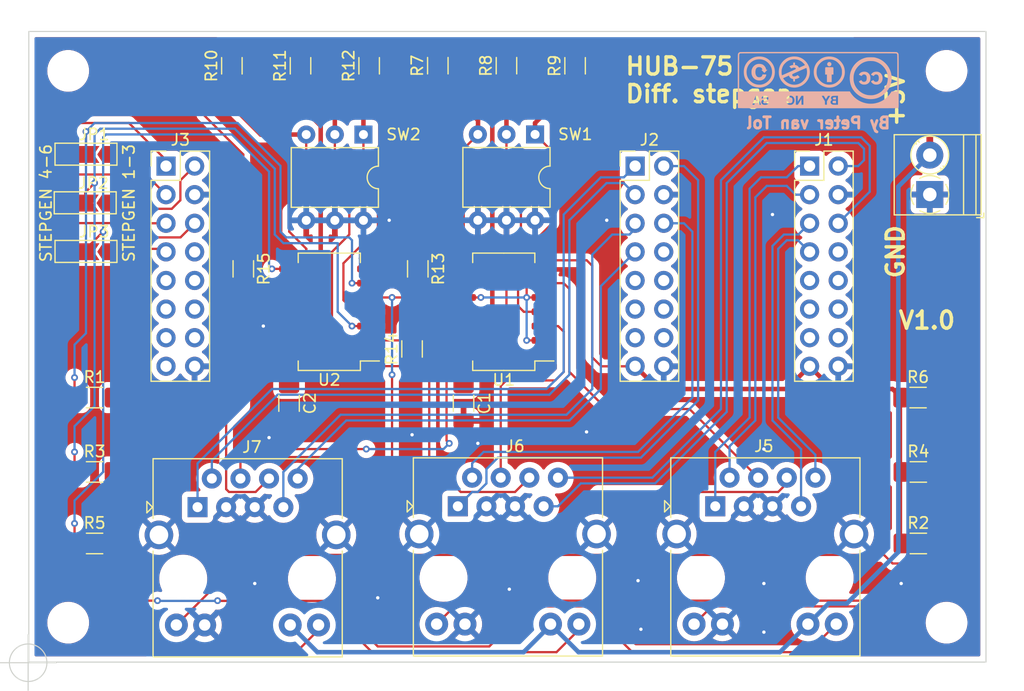
<source format=kicad_pcb>
(kicad_pcb (version 20211014) (generator pcbnew)
  (layers (0 "F.Cu" signal "Front") (31 "B.Cu" signal "Back") (34 "B.Paste" user) (35 "F.Paste" user) (36 "B.SilkS" user "B.Silkscreen") (37 "F.SilkS" user "F.Silkscreen") (38 "B.Mask" user) (39 "F.Mask" user) (44 "Edge.Cuts" user))
  (net 0 "")
  (net 1 "STEP1-")
  (net 2 "STEP1+")
  (net 3 "GND")
  (net 4 "DIR1-")
  (net 5 "DIR1+")
  (net 13 "STEP3-")
  (net 14 "STEP3+")
  (net 15 "DIR3-")
  (net 16 "DIR3+")
  (net 32 "ENA")
  (net 33 "+5V")
  (net 35 "Net-(J5-Pad12)")
  (net 36 "STEP2+")
  (net 37 "STEP2-")
  (net 38 "DIR2-")
  (net 39 "DIR2+")
  (net 40 "Net-(J6-Pad12)")
  (net 41 "ALARM1")
  (net 42 "ALARM2")
  (net 43 "ALARM3")
  (net 44 "ÈNA_OUT1")
  (net 45 "ÈNA_OUT2")
  (net 46 "ÈNA_OUT3")
  (net 48 "DRIVE_OK_EXT4")
  (net 49 "DRIVE_OK_EXT5")
  (net 50 "DRIVE_OK_EXT1")
  (net 51 "DRIVE_OK_EXT2")
  (net 52 "DRIVE_OK_EXT6")
  (net 53 "DRIVE_OK_EXT3")
  (net 54 "Net-(J5-Pad9)")
  (net 55 "Net-(J6-Pad9)")
  (net 56 "ALARM_OK1")
  (net 57 "ALARM_OK2")
  (net 58 "ALARM_OK3")
  (net 59 "Net-(J7-Pad9)")
  (net 60 "Net-(J7-Pad12)")
  (net 61 "Net-(R7-Pad1)")
  (net 62 "Net-(R8-Pad1)")
  (net 63 "Net-(R9-Pad1)")
  (net 64 "Net-(R10-Pad1)")
  (net 65 "Net-(R11-Pad1)")
  (net 66 "Net-(R12-Pad1)")
  (footprint "MountingHole:MountingHole_2.7mm_M2.5_DIN965" (layer "F.Cu") (at 73.858 95.172)
    (fp_text reference "Hole4" hide)
    (fp_text value "MountingHole_2.7mm_M2.5_DIN965" hide)
  )
  (footprint "Package_SO:SO-14_5.3x10.2mm_P1.27mm" (layer "F.Cu") (at 112.537 67.564 180)
    (fp_text reference "U1")
    (fp_text value "74HC86")
  )
  (footprint "Connector_PinHeader_2.54mm:PinHeader_2x08_P2.54mm_Vertical" (layer "F.Cu") (at 124.201 54.625)
    (fp_text reference "J2")
    (fp_text value "Conn_02x08_Odd_Even" hide)
  )
  (footprint "TerminalBlock_Phoenix:TerminalBlock_Phoenix_PT-1,5-2-3.5-H_1x02_P3.50mm_Horizontal" (layer "F.Cu") (at 150.368 57.15 90)
    (fp_text reference "J4" hide)
    (fp_text value "Screw_Terminal_01x02" hide)
  )
  (footprint "Capacitor_SMD:C_1206_3216Metric_Pad1.33x1.80mm_HandSolder" (layer "F.Cu") (at 93.472 75.692 -90)
    (fp_text reference "C2")
    (fp_text value "100nF")
  )
  (footprint "Resistor_SMD:R_1206_3216Metric_Pad1.30x1.75mm_HandSolder" (layer "F.Cu") (at 149.352 81.788)
    (fp_text reference "R4")
    (fp_text value "290")
  )
  (footprint "Resistor_SMD:R_1206_3216Metric_Pad1.30x1.75mm_HandSolder" (layer "F.Cu") (at 88.392 45.72 90)
    (fp_text reference "R10")
    (fp_text value "10k")
  )
  (footprint "Resistor_SMD:R_1206_3216Metric_Pad1.30x1.75mm_HandSolder" (layer "F.Cu") (at 118.872 45.72 90)
    (fp_text reference "R9")
    (fp_text value "10k")
  )
  (footprint "Capacitor_SMD:C_1206_3216Metric_Pad1.33x1.80mm_HandSolder" (layer "F.Cu") (at 108.966 75.692 -90)
    (fp_text reference "C1")
    (fp_text value "100nF")
  )
  (footprint "Resistor_SMD:R_1206_3216Metric_Pad1.30x1.75mm_HandSolder" (layer "F.Cu") (at 76.2 81.788)
    (fp_text reference "R3")
    (fp_text value "290")
  )
  (footprint "Jumper:SolderJumper-3_P2.0mm_Open_TrianglePad1.0x1.5mm_NumberLabels" (layer "F.Cu") (at 75.438 53.594)
    (fp_text reference "JP1")
    (fp_text value "SolderJumper_3_Bridged123" hide)
  )
  (footprint "Resistor_SMD:R_1206_3216Metric_Pad1.30x1.75mm_HandSolder" (layer "F.Cu") (at 104.394 70.866 90)
    (fp_text reference "R14")
    (fp_text value "10k")
  )
  (footprint "Connector_PinHeader_2.54mm:PinHeader_2x08_P2.54mm_Vertical" (layer "F.Cu") (at 82.545 54.625)
    (fp_text reference "J3")
    (fp_text value "Conn_02x08_Odd_Even" hide)
  )
  (footprint "Connector_PinHeader_2.54mm:PinHeader_2x08_P2.54mm_Vertical" (layer "F.Cu") (at 139.695 54.625)
    (fp_text reference "J1")
    (fp_text value "Conn_02x08_Odd_Even" hide)
  )
  (footprint "MountingHole:MountingHole_2.7mm_M2.5_DIN965" (layer "F.Cu") (at 151.858 95.172)
    (fp_text reference "Hole1" hide)
    (fp_text value "MountingHole_2.7mm_M2.5_DIN965" hide)
  )
  (footprint "MountingHole:MountingHole_2.7mm_M2.5_DIN965" (layer "F.Cu") (at 73.858 46.172)
    (fp_text reference "Hole3" hide)
    (fp_text value "MountingHole_2.7mm_M2.5_DIN965" hide)
  )
  (footprint "Resistor_SMD:R_1206_3216Metric_Pad1.30x1.75mm_HandSolder" (layer "F.Cu") (at 104.902 63.754 -90)
    (fp_text reference "R13")
    (fp_text value "10k")
  )
  (footprint "Resistor_SMD:R_1206_3216Metric_Pad1.30x1.75mm_HandSolder" (layer "F.Cu") (at 94.488 45.72 90)
    (fp_text reference "R11")
    (fp_text value "10k")
  )
  (footprint "Package_DIP:DIP-6_W7.62mm" (layer "F.Cu") (at 115.316 51.816 -90)
    (fp_text reference "SW1")
    (fp_text value "SW_DIP_x03" hide)
  )
  (footprint "Resistor_SMD:R_1206_3216Metric_Pad1.30x1.75mm_HandSolder" (layer "F.Cu") (at 106.68 45.71 90)
    (fp_text reference "R7")
    (fp_text value "10k")
  )
  (footprint "Jumper:SolderJumper-3_P2.0mm_Open_TrianglePad1.0x1.5mm_NumberLabels" (layer "F.Cu") (at 75.438 62.23)
    (fp_text reference "JP3")
    (fp_text value "SolderJumper_3_Bridged123" hide)
  )
  (footprint "Resistor_SMD:R_1206_3216Metric_Pad1.30x1.75mm_HandSolder" (layer "F.Cu") (at 149.326 75.184)
    (fp_text reference "R6")
    (fp_text value "290")
  )
  (footprint "Resistor_SMD:R_1206_3216Metric_Pad1.30x1.75mm_HandSolder" (layer "F.Cu") (at 112.776 45.71 90)
    (fp_text reference "R8")
    (fp_text value "10k")
  )
  (footprint "Connector_RJ:RJ45_BEL_SS74301-00x_Vertical" (layer "F.Cu") (at 85.344 84.913)
    (fp_text reference "J7")
    (fp_text value "RJ45_LED")
  )
  (footprint "Resistor_SMD:R_1206_3216Metric_Pad1.30x1.75mm_HandSolder" (layer "F.Cu") (at 76.2 75.184)
    (fp_text reference "R1")
    (fp_text value "290")
  )
  (footprint "Resistor_SMD:R_1206_3216Metric_Pad1.30x1.75mm_HandSolder" (layer "F.Cu") (at 100.584 45.72 90)
    (fp_text reference "R12")
    (fp_text value "10k")
  )
  (footprint "Package_SO:SO-14_5.3x10.2mm_P1.27mm" (layer "F.Cu") (at 97.043 67.564 180)
    (fp_text reference "U2")
    (fp_text value "74HC86")
  )
  (footprint "MountingHole:MountingHole_2.7mm_M2.5_DIN965" (layer "F.Cu") (at 151.858 46.172)
    (fp_text reference "Hole2" hide)
    (fp_text value "MountingHole_2.7mm_M2.5_DIN965" hide)
  )
  (footprint "Connector_RJ:RJ45_BEL_SS74301-00x_Vertical" (layer "F.Cu") (at 131.318 84.836)
    (fp_text reference "J5")
    (fp_text value "RJ45_LED")
  )
  (footprint "Resistor_SMD:R_1206_3216Metric_Pad1.30x1.75mm_HandSolder" (layer "F.Cu") (at 76.2 88.138)
    (fp_text reference "R5")
    (fp_text value "290")
  )
  (footprint "Connector_RJ:RJ45_BEL_SS74301-00x_Vertical" (layer "F.Cu") (at 108.458 84.836)
    (fp_text reference "J6")
    (fp_text value "RJ45_LED")
  )
  (footprint "Resistor_SMD:R_1206_3216Metric_Pad1.30x1.75mm_HandSolder" (layer "F.Cu") (at 149.352 88.138)
    (fp_text reference "R2")
    (fp_text value "290")
  )
  (footprint "Jumper:SolderJumper-3_P2.0mm_Open_TrianglePad1.0x1.5mm_NumberLabels" (layer "F.Cu") (at 75.368 57.912)
    (fp_text reference "JP2")
    (fp_text value "SolderJumper_3_Bridged123" hide)
  )
  (footprint "Package_DIP:DIP-6_W7.62mm" (layer "F.Cu") (at 100.076 51.826 -90)
    (fp_text reference "SW2")
    (fp_text value "SW_DIP_x03" hide)
  )
  (footprint "Resistor_SMD:R_1206_3216Metric_Pad1.30x1.75mm_HandSolder" (layer "F.Cu") (at 89.408 63.754 -90)
    (fp_text reference "R15")
    (fp_text value "10k")
  )
  (footprint "LOGO" (layer "B.Cu") (at 140.462 46.99 180)
    (fp_text reference "G***" hide)
    (fp_text value "LOGO" hide)
  )
  (gr_rect locked (start 70.358 42.672) (end 155.358 98.672) (layer "Edge.Cuts") (width 0.1) (fill none))
  (gr_text "By Peter van Tol" (at 140.462 50.8) (layer "B.SilkS") (effects (font (size 1 1) (thickness 0.25)) (justify mirror)))
  (gr_text "+5V" (at 147.32 48.768 90) (layer "F.SilkS") (effects (font (size 1.524 1.524) (thickness 0.3048))))
  (gr_text "GND" (at 147.32 62.23 90) (layer "F.SilkS") (effects (font (size 1.524 1.524) (thickness 0.3048))))
  (gr_text "HUB-75\nDiff. stepgen" (at 123.19 46.99) (layer "F.SilkS") (effects (font (size 1.524 1.524) (thickness 0.3048)) (justify left)))
  (gr_text "V1.0" (at 150.114 68.326) (layer "F.SilkS") (effects (font (size 1.524 1.524) (thickness 0.3048))))
  (target plus (at 70.302 98.728) (size 5) (width 0.1) (layer "Edge.Cuts"))
  (segment (start 137.668 55.626) (end 138.669 54.625) (width 0.2) (layer "B.Cu") (net 1))
  (segment (start 131.318 85.344) (end 131.318 80.01) (width 0.2) (layer "B.Cu") (net 1))
  (segment (start 138.669 54.625) (end 139.695 54.625) (width 0.2) (layer "B.Cu") (net 1))
  (segment (start 134.366 76.962) (end 134.366 56.642) (width 0.2) (layer "B.Cu") (net 1))
  (segment (start 131.318 80.01) (end 134.366 76.962) (width 0.2) (layer "B.Cu") (net 1))
  (segment (start 135.382 55.626) (end 137.668 55.626) (width 0.2) (layer "B.Cu") (net 1))
  (segment (start 134.366 56.642) (end 135.382 55.626) (width 0.2) (layer "B.Cu") (net 1))
  (segment (start 134.874 57.404) (end 135.89 56.388) (width 0.2) (layer "B.Cu") (net 2))
  (segment (start 132.588 82.804) (end 132.588 79.502) (width 0.2) (layer "B.Cu") (net 2))
  (segment (start 132.588 79.502) (end 134.874 77.216) (width 0.2) (layer "B.Cu") (net 2))
  (segment (start 135.89 56.388) (end 137.668 56.388) (width 0.2) (layer "B.Cu") (net 2))
  (segment (start 138.445 57.165) (end 139.695 57.165) (width 0.2) (layer "B.Cu") (net 2))
  (segment (start 137.668 56.388) (end 138.445 57.165) (width 0.2) (layer "B.Cu") (net 2))
  (segment (start 134.874 77.216) (end 134.874 57.404) (width 0.2) (layer "B.Cu") (net 2))
  (via (at 135.636 79.756) (size 0.6) (drill 0.3) (layers "F.Cu" "B.Cu") (net 3))
  (via (at 113.03 92.202) (size 0.6) (drill 0.3) (layers "F.Cu" "B.Cu") (net 3))
  (via (at 135.636 91.694) (size 0.6) (drill 0.3) (layers "F.Cu" "B.Cu") (net 3))
  (via (at 90.424 91.694) (size 0.6) (drill 0.3) (layers "F.Cu" "B.Cu") (net 3))
  (via (at 91.186 68.834) (size 0.6) (drill 0.3) (layers "F.Cu" "B.Cu") (net 3))
  (via (at 124.714 95.758) (size 0.6) (drill 0.3) (layers "F.Cu" "B.Cu") (net 3))
  (via (at 147.828 91.694) (size 0.6) (drill 0.3) (layers "F.Cu" "B.Cu") (net 3))
  (via (at 136.398 58.928) (size 0.6) (drill 0.3) (layers "F.Cu" "B.Cu") (net 3))
  (via (at 119.888 78.232) (size 0.6) (drill 0.3) (layers "F.Cu" "B.Cu") (net 3))
  (via (at 102.362 59.436) (size 0.6) (drill 0.3) (layers "F.Cu" "B.Cu") (net 3))
  (via (at 135.636 96.012) (size 0.6) (drill 0.3) (layers "F.Cu" "B.Cu") (net 3))
  (via (at 110.236 79.248) (size 0.6) (drill 0.3) (layers "F.Cu" "B.Cu") (net 3))
  (via (at 101.346 92.964) (size 0.6) (drill 0.3) (layers "F.Cu" "B.Cu") (net 3))
  (via (at 104.394 78.486) (size 0.6) (drill 0.3) (layers "F.Cu" "B.Cu") (net 3))
  (via (at 91.694 78.74) (size 0.6) (drill 0.3) (layers "F.Cu" "B.Cu") (net 3))
  (via (at 124.46 91.44) (size 0.6) (drill 0.3) (layers "F.Cu" "B.Cu") (net 3))
  (via (at 121.681 59.436) (size 0.6) (drill 0.3) (layers "F.Cu" "B.Cu") (net 3))
  (segment (start 136.398 61.722) (end 137.414 60.706) (width 0.2) (layer "B.Cu") (net 4))
  (segment (start 137.414 60.706) (end 138.694 60.706) (width 0.2) (layer "B.Cu") (net 4))
  (segment (start 138.694 60.706) (end 139.695 59.705) (width 0.2) (layer "B.Cu") (net 4))
  (segment (start 136.398 77.216) (end 136.398 61.722) (width 0.2) (layer "B.Cu") (net 4))
  (segment (start 138.938 79.756) (end 136.398 77.216) (width 0.2) (layer "B.Cu") (net 4))
  (segment (start 138.938 85.344) (end 138.938 79.756) (width 0.2) (layer "B.Cu") (net 4))
  (segment (start 136.906 76.962) (end 136.906 61.976) (width 0.2) (layer "B.Cu") (net 5))
  (segment (start 140.208 82.804) (end 140.208 80.264) (width 0.2) (layer "B.Cu") (net 5))
  (segment (start 137.668 61.214) (end 138.664 61.214) (width 0.2) (layer "B.Cu") (net 5))
  (segment (start 138.664 61.214) (end 139.695 62.245) (width 0.2) (layer "B.Cu") (net 5))
  (segment (start 140.208 80.264) (end 136.906 76.962) (width 0.2) (layer "B.Cu") (net 5))
  (segment (start 136.906 61.976) (end 137.668 61.214) (width 0.2) (layer "B.Cu") (net 5))
  (segment (start 116.332 74.422) (end 117.856 72.898) (width 0.2) (layer "B.Cu") (net 13))
  (segment (start 85.344 81.026) (end 91.948 74.422) (width 0.2) (layer "B.Cu") (net 13))
  (segment (start 91.948 74.422) (end 116.332 74.422) (width 0.2) (layer "B.Cu") (net 13))
  (segment (start 123.2 55.626) (end 124.201 54.625) (width 0.2) (layer "B.Cu") (net 13))
  (segment (start 117.856 58.928) (end 121.158 55.626) (width 0.2) (layer "B.Cu") (net 13))
  (segment (start 121.158 55.626) (end 123.2 55.626) (width 0.2) (layer "B.Cu") (net 13))
  (segment (start 85.344 85.344) (end 85.344 81.026) (width 0.2) (layer "B.Cu") (net 13))
  (segment (start 117.856 72.898) (end 117.856 58.928) (width 0.2) (layer "B.Cu") (net 13))
  (segment (start 92.456 74.93) (end 116.586 74.93) (width 0.2) (layer "B.Cu") (net 14))
  (segment (start 116.586 74.93) (end 118.364 73.152) (width 0.2) (layer "B.Cu") (net 14))
  (segment (start 86.614 82.804) (end 86.614 80.772) (width 0.2) (layer "B.Cu") (net 14))
  (segment (start 118.364 59.436) (end 121.666 56.134) (width 0.2) (layer "B.Cu") (net 14))
  (segment (start 123.19 56.134) (end 124.201 57.145) (width 0.2) (layer "B.Cu") (net 14))
  (segment (start 121.666 56.134) (end 123.19 56.134) (width 0.2) (layer "B.Cu") (net 14))
  (segment (start 86.614 80.772) (end 92.456 74.93) (width 0.2) (layer "B.Cu") (net 14))
  (segment (start 124.201 57.145) (end 124.201 57.165) (width 0.2) (layer "B.Cu") (net 14))
  (segment (start 118.364 73.152) (end 118.364 59.436) (width 0.2) (layer "B.Cu") (net 14))
  (segment (start 92.964 81.788) (end 98.044 76.708) (width 0.2) (layer "B.Cu") (net 15))
  (segment (start 122.174 60.706) (end 123.698 60.706) (width 0.2) (layer "B.Cu") (net 15))
  (segment (start 123.698 60.706) (end 124.201 60.203) (width 0.2) (layer "B.Cu") (net 15))
  (segment (start 120.396 62.484) (end 122.174 60.706) (width 0.2) (layer "B.Cu") (net 15))
  (segment (start 98.044 76.708) (end 118.11 76.708) (width 0.2) (layer "B.Cu") (net 15))
  (segment (start 118.11 76.708) (end 120.396 74.422) (width 0.2) (layer "B.Cu") (net 15))
  (segment (start 120.396 74.422) (end 120.396 62.484) (width 0.2) (layer "B.Cu") (net 15))
  (segment (start 92.964 85.344) (end 92.964 81.788) (width 0.2) (layer "B.Cu") (net 15))
  (segment (start 124.201 60.203) (end 124.201 59.705) (width 0.2) (layer "B.Cu") (net 15))
  (segment (start 94.234 82.804) (end 94.234 81.534) (width 0.2) (layer "B.Cu") (net 16))
  (segment (start 94.234 81.534) (end 98.552 77.216) (width 0.2) (layer "B.Cu") (net 16))
  (segment (start 98.552 77.216) (end 118.364 77.216) (width 0.2) (layer "B.Cu") (net 16))
  (segment (start 118.364 77.216) (end 121.158 74.422) (width 0.2) (layer "B.Cu") (net 16))
  (segment (start 121.158 74.422) (end 121.158 65.288) (width 0.2) (layer "B.Cu") (net 16))
  (segment (start 121.158 65.288) (end 124.201 62.245) (width 0.2) (layer "B.Cu") (net 16))
  (segment (start 114.823 62.992) (end 114.569 63.246) (width 0.2) (layer "F.Cu") (net 32))
  (segment (start 121.188 72.405) (end 120.396 71.613) (width 0.2) (layer "F.Cu") (net 32))
  (segment (start 120.396 71.613) (end 120.396 63.485) (width 0.2) (layer "F.Cu") (net 32))
  (segment (start 119.903 62.992) (end 114.823 62.992) (width 0.2) (layer "F.Cu") (net 32))
  (segment (start 120.396 63.485) (end 119.903 62.992) (width 0.2) (layer "F.Cu") (net 32))
  (segment (start 139.685 72.405) (end 137.668 74.422) (width 0.4) (layer "F.Cu") (net 32))
  (segment (start 114.569 66.294) (end 115.9995 66.294) (width 0.2) (layer "F.Cu") (net 32))
  (segment (start 126.238 74.422) (end 124.221 72.405) (width 0.4) (layer "F.Cu") (net 32))
  (segment (start 114.569 70.104) (end 115.9995 70.104) (width 0.2) (layer "F.Cu") (net 32))
  (segment (start 147.714 88.138) (end 147.714 81.788) (width 0.4) (layer "F.Cu") (net 32))
  (segment (start 124.221 72.405) (end 124.201 72.405) (width 0.2) (layer "F.Cu") (net 32))
  (segment (start 147.714 75.184) (end 147.828 75.184) (width 0.2) (layer "F.Cu") (net 32))
  (segment (start 147.066 74.422) (end 141.712 74.422) (width 0.4) (layer "F.Cu") (net 32))
  (segment (start 124.201 72.405) (end 121.173 72.405) (width 0.2) (layer "F.Cu") (net 32))
  (segment (start 109.0745 66.294) (end 110.505 66.294) (width 0.2) (layer "F.Cu") (net 32))
  (segment (start 139.695 72.405) (end 139.685 72.405) (width 0.2) (layer "F.Cu") (net 32))
  (segment (start 137.668 74.422) (end 126.238 74.422) (width 0.4) (layer "F.Cu") (net 32))
  (segment (start 141.712 74.422) (end 139.695 72.405) (width 0.4) (layer "F.Cu") (net 32))
  (segment (start 147.828 75.184) (end 147.066 74.422) (width 0.4) (layer "F.Cu") (net 32))
  (segment (start 114.569 63.246) (end 114.569 66.294) (width 0.2) (layer "F.Cu") (net 32))
  (segment (start 147.714 81.788) (end 147.714 75.184) (width 0.4) (layer "F.Cu") (net 32))
  (via (at 114.569 66.294) (size 0.6) (drill 0.3) (layers "F.Cu" "B.Cu") (net 32))
  (via (at 110.505 66.294) (size 0.6) (drill 0.3) (layers "F.Cu" "B.Cu") (net 32))
  (via (at 114.569 70.104) (size 0.6) (drill 0.3) (layers "F.Cu" "B.Cu") (net 32))
  (segment (start 110.505 66.294) (end 114.569 66.294) (width 0.2) (layer "B.Cu") (net 32))
  (segment (start 114.569 66.294) (end 114.569 70.104) (width 0.2) (layer "B.Cu") (net 32))
  (segment (start 87.63 44.082) (end 86.728 44.082) (width 0.2) (layer "F.Cu") (net 33))
  (segment (start 96.281 71.897) (end 96.281 69.596) (width 0.2) (layer "F.Cu") (net 33))
  (segment (start 94.503 71.374) (end 96.281 69.596) (width 0.4) (layer "F.Cu") (net 33))
  (segment (start 104.876 72.39) (end 96.774 72.39) (width 0.2) (layer "F.Cu") (net 33))
  (segment (start 109.629 48.644) (end 109.629 44.072) (width 0.4) (layer "F.Cu") (net 33))
  (segment (start 106.685 44.082) (end 106.695 44.072) (width 0.2) (layer "F.Cu") (net 33))
  (segment (start 110.251 71.374) (end 111.521 70.104) (width 0.4) (layer "F.Cu") (net 33))
  (segment (start 113.045 44.072) (end 118.877 44.072) (width 0.6) (layer "F.Cu") (net 33))
  (segment (start 91.455 49.53) (end 91.455 44.196) (width 0.4) (layer "F.Cu") (net 33))
  (segment (start 109.0745 71.374) (end 110.251 71.374) (width 0.4) (layer "F.Cu") (net 33))
  (segment (start 96.281 69.596) (end 96.281 51.054) (width 0.4) (layer "F.Cu") (net 33))
  (segment (start 118.877 44.072) (end 118.887 44.082) (width 0.6) (layer "F.Cu") (net 33))
  (segment (start 109.0745 71.374) (end 109.0745 68.834) (width 0.2) (layer "F.Cu") (net 33))
  (segment (start 96.774 72.39) (end 96.281 71.897) (width 0.2) (layer "F.Cu") (net 33))
  (segment (start 111.521 70.104) (end 111.521 50.546) (width 0.4) (layer "F.Cu") (net 33))
  (segment (start 96.281 51.054) (end 95.519 50.292) (width 0.4) (layer "F.Cu") (net 33))
  (segment (start 111.521 50.536) (end 109.629 48.644) (width 0.4) (layer "F.Cu") (net 33))
  (segment (start 150.368 51.308) (end 150.368 53.65) (width 0.6) (layer "F.Cu") (net 33))
  (segment (start 85.852 44.958) (end 85.852 50.038) (width 0.2) (layer "F.Cu") (net 33))
  (segment (start 93.5805 71.374) (end 94.503 71.374) (width 0.2) (layer "F.Cu") (net 33))
  (segment (start 108.966 74.1295) (end 108.966 71.4825) (width 0.4) (layer "F.Cu") (net 33))
  (segment (start 103.886 61.188) (end 103.886 44.211) (width 0.2) (layer "F.Cu") (net 33))
  (segment (start 108.966 71.4825) (end 109.0745 71.374) (width 0.2) (layer "F.Cu") (net 33))
  (segment (start 95.519 50.292) (end 92.217 50.292) (width 0.4) (layer "F.Cu") (net 33))
  (segment (start 143.142 44.082) (end 150.368 51.308) (width 0.6) (layer "F.Cu") (net 33))
  (segment (start 93.472 74.1295) (end 93.472 71.4825) (width 0.4) (layer "F.Cu") (net 33))
  (segment (start 92.217 50.292) (end 91.455 49.53) (width 0.4) (layer "F.Cu") (net 33))
  (segment (start 118.887 44.082) (end 143.142 44.082) (width 0.6) (layer "F.Cu") (net 33))
  (segment (start 93.5805 71.374) (end 93.5805 68.834) (width 0.2) (layer "F.Cu") (net 33))
  (segment (start 109.629 44.072) (end 112.791 44.072) (width 0.6) (layer "F.Cu") (net 33))
  (segment (start 93.472 71.4825) (end 93.5805 71.374) (width 0.2) (layer "F.Cu") (net 33))
  (segment (start 87.63 44.082) (end 106.685 44.082) (width 0.6) (layer "F.Cu") (net 33))
  (segment (start 89.408 53.594) (end 89.408 62.204) (width 0.2) (layer "F.Cu") (net 33))
  (segment (start 106.695 44.072) (end 109.629 44.072) (width 0.6) (layer "F.Cu") (net 33))
  (segment (start 85.852 50.038) (end 89.408 53.594) (width 0.2) (layer "F.Cu") (net 33))
  (segment (start 86.728 44.082) (end 85.852 44.958) (width 0.2) (layer "F.Cu") (net 33))
  (segment (start 104.902 62.204) (end 103.886 61.188) (width 0.2) (layer "F.Cu") (net 33))
  (segment (start 93.5736 95.3778) (end 95.9858 97.79) (width 0.4) (layer "B.Cu") (net 33))
  (segment (start 116.7384 95.3516) (end 119.1768 97.79) (width 0.4) (layer "B.Cu") (net 33))
  (segment (start 147.574 56.444) (end 150.368 53.65) (width 0.4) (layer "B.Cu") (net 33))
  (segment (start 119.1768 97.79) (end 137.0584 97.79) (width 0.4) (layer "B.Cu") (net 33))
  (segment (start 141.3764 93.472) (end 143.002 93.472) (width 0.4) (layer "B.Cu") (net 33))
  (segment (start 147.574 88.9) (end 147.574 56.444) (width 0.4) (layer "B.Cu") (net 33))
  (segment (start 139.5476 95.3008) (end 141.3764 93.472) (width 0.4) (layer "B.Cu") (net 33))
  (segment (start 114.3 97.79) (end 116.7384 95.3516) (width 0.4) (layer "B.Cu") (net 33))
  (segment (start 95.9858 97.79) (end 114.3 97.79) (width 0.4) (layer "B.Cu") (net 33))
  (segment (start 137.0584 97.79) (end 139.5476 95.3008) (width 0.4) (layer "B.Cu") (net 33))
  (segment (start 143.002 93.472) (end 147.574 88.9) (width 0.4) (layer "B.Cu") (net 33))
  (segment (start 148.59 93.726) (end 150.902 91.414) (width 0.2) (layer "F.Cu") (net 35))
  (segment (start 129.4384 95.3008) (end 131.0132 93.726) (width 0.2) (layer "F.Cu") (net 35))
  (segment (start 131.0132 93.726) (end 148.59 93.726) (width 0.2) (layer "F.Cu") (net 35))
  (segment (start 150.902 91.414) (end 150.902 88.138) (width 0.2) (layer "F.Cu") (net 35))
  (segment (start 128.539 59.705) (end 129.286 60.452) (width 0.2) (layer "B.Cu") (net 36))
  (segment (start 109.728 81.026) (end 109.728 82.804) (width 0.2) (layer "B.Cu") (net 36))
  (segment (start 110.744 80.01) (end 109.728 81.026) (width 0.2) (layer "B.Cu") (net 36))
  (segment (start 126.741 59.705) (end 128.539 59.705) (width 0.2) (layer "B.Cu") (net 36))
  (segment (start 124.46 80.01) (end 110.744 80.01) (width 0.2) (layer "B.Cu") (net 36))
  (segment (start 129.26108 75.20892) (end 124.46 80.01) (width 0.2) (layer "B.Cu") (net 36))
  (segment (start 129.286 60.452) (end 129.286 75.184) (width 0.2) (layer "B.Cu") (net 36))
  (segment (start 110.998 81.534) (end 112.014 80.518) (width 0.2) (layer "B.Cu") (net 37))
  (segment (start 110.236 83.566) (end 110.998 82.804) (width 0.2) (layer "B.Cu") (net 37))
  (segment (start 109.728 83.566) (end 110.236 83.566) (width 0.2) (layer "B.Cu") (net 37))
  (segment (start 129.794 75.438) (end 129.794 55.88) (width 0.2) (layer "B.Cu") (net 37))
  (segment (start 128.539 54.625) (end 126.741 54.625) (width 0.2) (layer "B.Cu") (net 37))
  (segment (start 110.998 82.804) (end 110.998 81.534) (width 0.2) (layer "B.Cu") (net 37))
  (segment (start 112.014 80.518) (end 124.714 80.518) (width 0.2) (layer "B.Cu") (net 37))
  (segment (start 108.458 84.836) (end 109.728 83.566) (width 0.2) (layer "B.Cu") (net 37))
  (segment (start 129.794 55.88) (end 128.539 54.625) (width 0.2) (layer "B.Cu") (net 37))
  (segment (start 124.714 80.518) (end 129.794 75.438) (width 0.2) (layer "B.Cu") (net 37))
  (segment (start 144.003 54.625) (end 142.235 54.625) (width 0.2) (layer "B.Cu") (net 38))
  (segment (start 132.334 56.134) (end 135.89 52.578) (width 0.2) (layer "B.Cu") (net 38))
  (segment (start 117.348 84.836) (end 119.38 82.804) (width 0.2) (layer "B.Cu") (net 38))
  (segment (start 116.078 84.836) (end 117.348 84.836) (width 0.2) (layer "B.Cu") (net 38))
  (segment (start 132.334 76.454) (end 132.334 56.134) (width 0.2) (layer "B.Cu") (net 38))
  (segment (start 144.526 54.102) (end 144.003 54.625) (width 0.2) (layer "B.Cu") (net 38))
  (segment (start 135.89 52.578) (end 144.018 52.578) (width 0.2) (layer "B.Cu") (net 38))
  (segment (start 119.38 82.804) (end 125.984 82.804) (width 0.2) (layer "B.Cu") (net 38))
  (segment (start 125.984 82.804) (end 132.334 76.454) (width 0.2) (layer "B.Cu") (net 38))
  (segment (start 144.018 52.578) (end 144.526 53.086) (width 0.2) (layer "B.Cu") (net 38))
  (segment (start 144.526 53.086) (end 144.526 54.102) (width 0.2) (layer "B.Cu") (net 38))
  (segment (start 135.636 52.07) (end 144.272 52.07) (width 0.2) (layer "B.Cu") (net 39))
  (segment (start 125.73 82.296) (end 131.826 76.2) (width 0.2) (layer "B.Cu") (net 39))
  (segment (start 131.826 55.88) (end 135.636 52.07) (width 0.2) (layer "B.Cu") (net 39))
  (segment (start 131.826 76.2) (end 131.826 55.88) (width 0.2) (layer "B.Cu") (net 39))
  (segment (start 144.272 52.07) (end 145.034 52.832) (width 0.2) (layer "B.Cu") (net 39))
  (segment (start 117.348 82.296) (end 125.73 82.296) (width 0.2) (layer "B.Cu") (net 39))
  (segment (start 145.034 56.906) (end 142.235 59.705) (width 0.2) (layer "B.Cu") (net 39))
  (segment (start 145.034 52.832) (end 145.034 56.906) (width 0.2) (layer "B.Cu") (net 39))
  (segment (start 108.6612 93.218) (end 106.5784 95.3008) (width 0.2) (layer "F.Cu") (net 40))
  (segment (start 147.828 93.218) (end 108.6612 93.218) (width 0.2) (layer "F.Cu") (net 40))
  (segment (start 149.606 83.084) (end 149.606 91.44) (width 0.2) (layer "F.Cu") (net 40))
  (segment (start 149.606 91.44) (end 147.828 93.218) (width 0.2) (layer "F.Cu") (net 40))
  (segment (start 150.902 81.788) (end 149.606 83.084) (width 0.2) (layer "F.Cu") (net 40))
  (segment (start 103.912 66.294) (end 104.902 65.304) (width 0.2) (layer "F.Cu") (net 41))
  (segment (start 102.616 82.042) (end 106.934 86.36) (width 0.2) (layer "F.Cu") (net 41))
  (segment (start 106.934 86.36) (end 118.11 86.36) (width 0.2) (layer "F.Cu") (net 41))
  (segment (start 102.616 73.152) (end 102.616 82.042) (width 0.2) (layer "F.Cu") (net 41))
  (segment (start 102.616 66.294) (end 103.912 66.294) (width 0.2) (layer "F.Cu") (net 41))
  (segment (start 120.904 83.566) (end 136.906 83.566) (width 0.2) (layer "F.Cu") (net 41))
  (segment (start 100.5055 66.294) (end 102.616 66.294) (width 0.2) (layer "F.Cu") (net 41))
  (segment (start 118.11 86.36) (end 120.904 83.566) (width 0.2) (layer "F.Cu") (net 41))
  (segment (start 136.906 83.566) (end 137.668 82.804) (width 0.2) (layer "F.Cu") (net 41))
  (via (at 102.616 73.152) (size 0.6) (drill 0.3) (layers "F.Cu" "B.Cu") (net 41))
  (via (at 102.616 66.294) (size 0.6) (drill 0.3) (layers "F.Cu" "B.Cu") (net 41))
  (segment (start 102.616 66.294) (end 102.616 73.152) (width 0.2) (layer "B.Cu") (net 41))
  (segment (start 103.606 70.104) (end 104.394 69.316) (width 0.2) (layer "F.Cu") (net 42))
  (segment (start 105.918 70.84) (end 105.918 80.772) (width 0.2) (layer "F.Cu") (net 42))
  (segment (start 105.918 80.772) (end 108.712 83.566) (width 0.2) (layer "F.Cu") (net 42))
  (segment (start 104.394 69.316) (end 105.918 70.84) (width 0.2) (layer "F.Cu") (net 42))
  (segment (start 113.538 83.566) (end 114.808 82.296) (width 0.2) (layer "F.Cu") (net 42))
  (segment (start 100.5055 70.104) (end 103.606 70.104) (width 0.2) (layer "F.Cu") (net 42))
  (segment (start 108.712 83.566) (end 113.538 83.566) (width 0.2) (layer "F.Cu") (net 42))
  (segment (start 89.408 75.946) (end 89.408 66.154) (width 0.2) (layer "F.Cu") (net 43))
  (segment (start 87.884 77.47) (end 89.408 75.946) (width 0.2) (layer "F.Cu") (net 43))
  (segment (start 89.408 66.154) (end 89.548 66.294) (width 0.2) (layer "F.Cu") (net 43))
  (segment (start 89.408 66.154) (end 89.408 65.304) (width 0.2) (layer "F.Cu") (net 43))
  (segment (start 89.548 66.294) (end 93.5805 66.294) (width 0.2) (layer "F.Cu") (net 43))
  (segment (start 87.884 83.312977) (end 87.884 77.47) (width 0.2) (layer "F.Cu") (net 43))
  (segment (start 88.137023 83.566) (end 87.884 83.312977) (width 0.2) (layer "F.Cu") (net 43))
  (segment (start 91.694 82.373) (end 90.501 83.566) (width 0.2) (layer "F.Cu") (net 43))
  (segment (start 90.501 83.566) (end 88.137023 83.566) (width 0.2) (layer "F.Cu") (net 43))
  (segment (start 117.856 65.024) (end 118.364 65.532) (width 0.2) (layer "F.Cu") (net 44))
  (segment (start 118.364 65.532) (end 118.364 72.898) (width 0.2) (layer "F.Cu") (net 44))
  (segment (start 118.364 72.898) (end 121.666 76.2) (width 0.2) (layer "F.Cu") (net 44))
  (segment (start 115.9995 65.024) (end 117.856 65.024) (width 0.2) (layer "F.Cu") (net 44))
  (segment (start 121.666 76.2) (end 129.032 76.2) (width 0.2) (layer "F.Cu") (net 44))
  (segment (start 129.032 76.2) (end 135.128 82.296) (width 0.2) (layer "F.Cu") (net 44))
  (segment (start 112.268 74.168) (end 112.268 82.804) (width 0.2) (layer "F.Cu") (net 45))
  (segment (start 115.9995 68.834) (end 117.363 68.834) (width 0.2) (layer "F.Cu") (net 45))
  (segment (start 117.109 73.66) (end 112.761 73.66) (width 0.2) (layer "F.Cu") (net 45))
  (segment (start 112.761 73.66) (end 112.268 74.153) (width 0.2) (layer "F.Cu") (net 45))
  (segment (start 117.856 72.913) (end 117.109 73.66) (width 0.2) (layer "F.Cu") (net 45))
  (segment (start 117.363 68.834) (end 117.856 69.327) (width 0.2) (layer "F.Cu") (net 45))
  (segment (start 117.856 69.327) (end 117.856 72.913) (width 0.2) (layer "F.Cu") (net 45))
  (segment (start 107.457 64.262) (end 107.965 63.754) (width 0.2) (layer "F.Cu") (net 46))
  (segment (start 89.154 80.772) (end 90.17 79.756) (width 0.2) (layer "F.Cu") (net 46))
  (segment (start 107.696 79.248) (end 107.457 79.009) (width 0.2) (layer "F.Cu") (net 46))
  (segment (start 90.17 79.756) (end 100.33 79.756) (width 0.2) (layer "F.Cu") (net 46))
  (segment (start 107.457 79.009) (end 107.457 64.262) (width 0.2) (layer "F.Cu") (net 46))
  (segment (start 89.154 82.804) (end 89.154 80.772) (width 0.2) (layer "F.Cu") (net 46))
  (segment (start 107.965 63.754) (end 109.0745 63.754) (width 0.2) (layer "F.Cu") (net 46))
  (via (at 107.696 79.248) (size 0.6) (drill 0.3) (layers "F.Cu" "B.Cu") (net 46))
  (via (at 100.33 79.756) (size 0.6) (drill 0.3) (layers "F.Cu" "B.Cu") (net 46))
  (segment (start 107.188 79.756) (end 100.33 79.756) (width 0.2) (layer "B.Cu") (net 46))
  (segment (start 107.696 79.248) (end 107.188 79.756) (width 0.2) (layer "B.Cu") (net 46))
  (segment (start 82.545 54.097) (end 79.248 50.8) (width 0.2) (layer "F.Cu") (net 48))
  (segment (start 74.93 50.8) (end 73.438 52.292) (width 0.2) (layer "F.Cu") (net 48))
  (segment (start 73.438 52.292) (end 73.438 53.594) (width 0.2) (layer "F.Cu") (net 48))
  (segment (start 79.248 50.8) (end 74.93 50.8) (width 0.2) (layer "F.Cu") (net 48))
  (segment (start 82.545 54.625) (end 82.545 54.097) (width 0.2) (layer "F.Cu") (net 48))
  (segment (start 83.82 57.658) (end 83.058 58.42) (width 0.2) (layer "F.Cu") (net 49))
  (segment (start 85.085 54.625) (end 83.82 55.89) (width 0.2) (layer "F.Cu") (net 49))
  (segment (start 74.168 55.372) (end 73.368 56.172) (width 0.2) (layer "F.Cu") (net 49))
  (segment (start 81.534 58.42) (end 78.486 55.372) (width 0.2) (layer "F.Cu") (net 49))
  (segment (start 78.486 55.372) (end 74.168 55.372) (width 0.2) (layer "F.Cu") (net 49))
  (segment (start 83.82 55.89) (end 83.82 57.658) (width 0.2) (layer "F.Cu") (net 49))
  (segment (start 73.368 56.172) (end 73.368 57.912) (width 0.2) (layer "F.Cu") (net 49))
  (segment (start 83.058 58.42) (end 81.534 58.42) (width 0.2) (layer "F.Cu") (net 49))
  (segment (start 78.974 53.594) (end 82.545 57.165) (width 0.2) (layer "F.Cu") (net 50))
  (segment (start 77.438 53.594) (end 78.974 53.594) (width 0.2) (layer "F.Cu") (net 50))
  (segment (start 80.025 59.705) (end 82.545 59.705) (width 0.2) (layer "F.Cu") (net 51))
  (segment (start 78.232 57.912) (end 80.025 59.705) (width 0.2) (layer "F.Cu") (net 51))
  (segment (start 77.368 57.912) (end 78.232 57.912) (width 0.2) (layer "F.Cu") (net 51))
  (segment (start 85.085 59.705) (end 83.83 60.96) (width 0.2) (layer "F.Cu") (net 52))
  (segment (start 78.232 59.69) (end 74.168 59.69) (width 0.2) (layer "F.Cu") (net 52))
  (segment (start 73.438 60.42) (end 73.438 61.976) (width 0.2) (layer "F.Cu") (net 52))
  (segment (start 83.83 60.96) (end 79.502 60.96) (width 0.2) (layer "F.Cu") (net 52))
  (segment (start 79.502 60.96) (end 78.232 59.69) (width 0.2) (layer "F.Cu") (net 52))
  (segment (start 74.168 59.69) (end 73.438 60.42) (width 0.2) (layer "F.Cu") (net 52))
  (segment (start 77.438 61.976) (end 82.276 61.976) (width 0.2) (layer "F.Cu") (net 53))
  (segment (start 82.276 61.976) (end 82.545 62.245) (width 0.2) (layer "F.Cu") (net 53))
  (segment (start 139.573 97.79) (end 142.0622 95.3008) (width 0.2) (layer "F.Cu") (net 54))
  (segment (start 81.788 93.218) (end 80.264 93.218) (width 0.2) (layer "F.Cu") (net 54))
  (segment (start 123.952 97.79) (end 139.573 97.79) (width 0.2) (layer "F.Cu") (net 54))
  (segment (start 80.264 93.218) (end 79.756 92.71) (width 0.2) (layer "F.Cu") (net 54))
  (segment (start 87.142121 93.238121) (end 97.302121 93.238121) (width 0.2) (layer "F.Cu") (net 54))
  (segment (start 119.888 93.726) (end 123.952 97.79) (width 0.2) (layer "F.Cu") (net 54))
  (segment (start 79.756 77.724) (end 77.838 75.806) (width 0.2) (layer "F.Cu") (net 54))
  (segment (start 79.756 92.71) (end 79.756 77.724) (width 0.2) (layer "F.Cu") (net 54))
  (segment (start 114.808 93.726) (end 119.888 93.726) (width 0.2) (layer "F.Cu") (net 54))
  (segment (start 97.302121 93.238121) (end 101.346 97.282) (width 0.2) (layer "F.Cu") (net 54))
  (segment (start 87.122 93.218) (end 87.142121 93.238121) (width 0.2) (layer "F.Cu") (net 54))
  (segment (start 101.346 97.282) (end 111.252 97.282) (width 0.2) (layer "F.Cu") (net 54))
  (segment (start 77.838 75.806) (end 77.838 75.184) (width 0.2) (layer "F.Cu") (net 54))
  (segment (start 111.252 97.282) (end 114.808 93.726) (width 0.2) (layer "F.Cu") (net 54))
  (via (at 87.122 93.218) (size 0.6) (drill 0.3) (layers "F.Cu" "B.Cu") (net 54))
  (via (at 81.788 93.218) (size 0.6) (drill 0.3) (layers "F.Cu" "B.Cu") (net 54))
  (segment (start 87.101879 93.238121) (end 87.122 93.218) (width 0.2) (layer "B.Cu") (net 54))
  (segment (start 81.808121 93.238121) (end 87.101879 93.238121) (width 0.2) (layer "B.Cu") (net 54))
  (segment (start 81.788 93.218) (end 81.808121 93.238121) (width 0.2) (layer "B.Cu") (net 54))
  (segment (start 77.838 81.788) (end 77.838 82.41) (width 0.2) (layer "F.Cu") (net 55))
  (segment (start 117.221 97.79) (end 119.2022 95.8088) (width 0.2) (layer "F.Cu") (net 55))
  (segment (start 96.774 93.726) (end 100.838 97.79) (width 0.2) (layer "F.Cu") (net 55))
  (segment (start 82.042 97.282) (end 89.154 97.282) (width 0.2) (layer "F.Cu") (net 55))
  (segment (start 79.248 83.82) (end 79.248 94.488) (width 0.2) (layer "F.Cu") (net 55))
  (segment (start 79.248 94.488) (end 82.042 97.282) (width 0.2) (layer "F.Cu") (net 55))
  (segment (start 92.71 93.726) (end 96.774 93.726) (width 0.2) (layer "F.Cu") (net 55))
  (segment (start 89.154 97.282) (end 92.71 93.726) (width 0.2) (layer "F.Cu") (net 55))
  (segment (start 77.838 82.41) (end 79.248 83.82) (width 0.2) (layer "F.Cu") (net 55))
  (segment (start 100.838 97.79) (end 117.221 97.79) (width 0.2) (layer "F.Cu") (net 55))
  (segment (start 74.422 73.406) (end 74.422 74.562) (width 0.2) (layer "F.Cu") (net 56))
  (segment (start 100.5055 65.024) (end 99.06 65.024) (width 0.2) (layer "F.Cu") (net 56))
  (segment (start 75.438 53.594) (end 75.438 51.562) (width 0.2) (layer "F.Cu") (net 56))
  (via (at 75.438 51.562) (size 0.6) (drill 0.3) (layers "F.Cu" "B.Cu") (net 56))
  (via (at 74.422 73.406) (size 0.6) (drill 0.3) (layers "F.Cu" "B.Cu") (net 56))
  (via (at 99.06 65.024) (size 0.6) (drill 0.3) (layers "F.Cu" "B.Cu") (net 56))
  (segment (start 92.71 60.452) (end 92.71 54.61) (width 0.2) (layer "B.Cu") (net 56))
  (segment (start 76.2 50.8) (end 75.438 51.562) (width 0.2) (layer "B.Cu") (net 56))
  (segment (start 88.9 50.8) (end 76.2 50.8) (width 0.2) (layer "B.Cu") (net 56))
  (segment (start 75.438 69.469) (end 75.438 51.562) (width 0.2) (layer "B.Cu") (net 56))
  (segment (start 74.422 73.406) (end 74.422 70.485) (width 0.2) (layer "B.Cu") (net 56))
  (segment (start 99.06 61.214) (end 98.806 60.96) (width 0.2) (layer "B.Cu") (net 56))
  (segment (start 74.422 70.485) (end 75.438 69.469) (width 0.2) (layer "B.Cu") (net 56))
  (segment (start 92.71 54.61) (end 88.9 50.8) (width 0.2) (layer "B.Cu") (net 56))
  (segment (start 93.218 60.96) (end 92.71 60.452) (width 0.2) (layer "B.Cu") (net 56))
  (segment (start 98.806 60.96) (end 93.218 60.96) (width 0.2) (layer "B.Cu") (net 56))
  (segment (start 99.06 65.024) (end 99.06 61.214) (width 0.2) (layer "B.Cu") (net 56))
  (segment (start 100.5055 68.834) (end 99.06 68.834) (width 0.2) (layer "F.Cu") (net 57))
  (segment (start 74.422 80.01) (end 74.422 81.166) (width 0.2) (layer "F.Cu") (net 57))
  (segment (start 76.2 56.134) (end 75.368 56.966) (width 0.2) (layer "F.Cu") (net 57))
  (segment (start 75.368 56.966) (end 75.368 57.912) (width 0.2) (layer "F.Cu") (net 57))
  (via (at 99.06 68.834) (size 0.6) (drill 0.3) (layers "F.Cu" "B.Cu") (net 57))
  (via (at 76.2 56.134) (size 0.6) (drill 0.3) (layers "F.Cu" "B.Cu") (net 57))
  (via (at 74.422 80.01) (size 0.6) (drill 0.3) (layers "F.Cu" "B.Cu") (net 57))
  (segment (start 97.79 61.468) (end 97.79 67.564) (width 0.2) (layer "B.Cu") (net 57))
  (segment (start 76.2 56.134) (end 76.2 51.816) (width 0.2) (layer "B.Cu") (net 57))
  (segment (start 92.964 61.468) (end 97.79 61.468) (width 0.2) (layer "B.Cu") (net 57))
  (segment (start 74.422 80.01) (end 74.422 77.724) (width 0.2) (layer "B.Cu") (net 57))
  (segment (start 74.422 77.724) (end 76.2 75.946) (width 0.2) (layer "B.Cu") (net 57))
  (segment (start 76.2 75.946) (end 76.2 56.134) (width 0.2) (layer "B.Cu") (net 57))
  (segment (start 92.202 60.706) (end 92.964 61.468) (width 0.2) (layer "B.Cu") (net 57))
  (segment (start 88.646 51.308) (end 92.202 54.864) (width 0.2) (layer "B.Cu") (net 57))
  (segment (start 76.2 51.816) (end 76.708 51.308) (width 0.2) (layer "B.Cu") (net 57))
  (segment (start 76.708 51.308) (end 88.646 51.308) (width 0.2) (layer "B.Cu") (net 57))
  (segment (start 97.79 67.564) (end 99.06 68.834) (width 0.2) (layer "B.Cu") (net 57))
  (segment (start 92.202 54.864) (end 92.202 60.706) (width 0.2) (layer "B.Cu") (net 57))
  (segment (start 93.5805 63.754) (end 91.948 63.754) (width 0.2) (layer "F.Cu") (net 58))
  (segment (start 74.422 86.36) (end 74.422 87.77) (width 0.2) (layer "F.Cu") (net 58))
  (segment (start 75.438 61.976) (end 76.962 60.452) (width 0.2) (layer "F.Cu") (net 58))
  (via (at 74.422 86.36) (size 0.6) (drill 0.3) (layers "F.Cu" "B.Cu") (net 58))
  (via (at 76.962 60.452) (size 0.6) (drill 0.3) (layers "F.Cu" "B.Cu") (net 58))
  (via (at 91.948 63.754) (size 0.6) (drill 0.3) (layers "F.Cu" "B.Cu") (net 58))
  (segment (start 76.962 52.07) (end 77.216 51.816) (width 0.2) (layer "B.Cu") (net 58))
  (segment (start 91.694 55.118) (end 91.694 63.5) (width 0.2) (layer "B.Cu") (net 58))
  (segment (start 88.392 51.816) (end 91.694 55.118) (width 0.2) (layer "B.Cu") (net 58))
  (segment (start 76.962 60.452) (end 76.962 52.07) (width 0.2) (layer "B.Cu") (net 58))
  (segment (start 74.422 84.328) (end 76.962 81.788) (width 0.2) (layer "B.Cu") (net 58))
  (segment (start 74.422 86.36) (end 74.422 84.328) (width 0.2) (layer "B.Cu") (net 58))
  (segment (start 77.216 51.816) (end 88.392 51.816) (width 0.2) (layer "B.Cu") (net 58))
  (segment (start 76.962 81.788) (end 76.962 60.452) (width 0.2) (layer "B.Cu") (net 58))
  (segment (start 91.694 63.5) (end 91.948 63.754) (width 0.2) (layer "B.Cu") (net 58))
  (segment (start 78.74 94.996) (end 81.534 97.79) (width 0.2) (layer "F.Cu") (net 59))
  (segment (start 78.74 89.128) (end 78.74 94.996) (width 0.2) (layer "F.Cu") (net 59))
  (segment (start 81.534 97.79) (end 94.107 97.79) (width 0.2) (layer "F.Cu") (net 59))
  (segment (start 77.75 88.138) (end 78.74 89.128) (width 0.2) (layer "F.Cu") (net 59))
  (segment (start 94.107 97.79) (end 96.0882 95.8088) (width 0.2) (layer "F.Cu") (net 59))
  (segment (start 147.066 89.916) (end 146.304 89.154) (width 0.2) (layer "F.Cu") (net 60))
  (segment (start 149.098 89.154) (end 148.336 89.916) (width 0.2) (layer "F.Cu") (net 60))
  (segment (start 146.304 89.154) (end 89.6882 89.154) (width 0.2) (layer "F.Cu") (net 60))
  (segment (start 149.098 76.962) (end 149.098 89.154) (width 0.2) (layer "F.Cu") (net 60))
  (segment (start 150.876 75.184) (end 149.098 76.962) (width 0.2) (layer "F.Cu") (net 60))
  (segment (start 89.6882 89.154) (end 83.4644 95.3778) (width 0.2) (layer "F.Cu") (net 60))
  (segment (start 148.336 89.916) (end 147.066 89.916) (width 0.2) (layer "F.Cu") (net 60))
  (segment (start 110.251 50.561) (end 106.95 47.26) (width 0.4) (layer "F.Cu") (net 61))
  (segment (start 110.236 51.816) (end 110.251 51.816) (width 0.2) (layer "F.Cu") (net 61))
  (segment (start 110.251 65.024) (end 109.0745 65.024) (width 0.2) (layer "F.Cu") (net 61))
  (segment (start 106.95 47.26) (end 106.68 47.26) (width 0.4) (layer "F.Cu") (net 61))
  (segment (start 110.251 51.816) (end 108.981 53.086) (width 0.2) (layer "F.Cu") (net 61))
  (segment (start 110.49 64.785) (end 110.251 65.024) (width 0.2) (layer "F.Cu") (net 61))
  (segment (start 110.49 62.469) (end 110.49 64.785) (width 0.2) (layer "F.Cu") (net 61))
  (segment (start 110.251 51.816) (end 110.251 50.561) (width 0.4) (layer "F.Cu") (net 61))
  (segment (start 108.981 53.086) (end 108.981 60.96) (width 0.2) (layer "F.Cu") (net 61))
  (segment (start 108.981 60.96) (end 110.49 62.469) (width 0.2) (layer "F.Cu") (net 61))
  (segment (start 114.061 56.642) (end 112.776 55.357) (width 0.2) (layer "F.Cu") (net 62))
  (segment (start 112.776 55.357) (end 112.776 51.816) (width 0.2) (layer "F.Cu") (net 62))
  (segment (start 115.9995 71.374) (end 113.807 71.374) (width 0.2) (layer "F.Cu") (net 62))
  (segment (start 112.776 68.34886) (end 112.776 61.991) (width 0.2) (layer "F.Cu") (net 62))
  (segment (start 114.061 60.706) (end 114.061 56.642) (width 0.2) (layer "F.Cu") (net 62))
  (segment (start 112.791 70.358) (end 112.791 68.36386) (width 0.2) (layer "F.Cu") (net 62))
  (segment (start 112.791 68.36386) (end 112.776 68.34886) (width 0.2) (layer "F.Cu") (net 62))
  (segment (start 113.807 71.374) (end 112.791 70.358) (width 0.2) (layer "F.Cu") (net 62))
  (segment (start 112.776 61.991) (end 114.061 60.706) (width 0.2) (layer "F.Cu") (net 62))
  (segment (start 112.776 51.816) (end 112.776 47.244) (width 0.4) (layer "F.Cu") (net 62))
  (segment (start 116.855 53.34) (end 115.331 51.816) (width 0.2) (layer "F.Cu") (net 63))
  (segment (start 115.316 50.8) (end 115.316 51.816) (width 0.4) (layer "F.Cu") (net 63))
  (segment (start 113.807 67.056) (end 113.807 62.738) (width 0.2) (layer "F.Cu") (net 63))
  (segment (start 116.855 59.69) (end 116.855 53.34) (width 0.2) (layer "F.Cu") (net 63))
  (segment (start 118.872 47.27) (end 117.26 48.882) (width 0.4) (layer "F.Cu") (net 63))
  (segment (start 114.315 67.564) (end 113.807 67.056) (width 0.2) (layer "F.Cu") (net 63))
  (segment (start 113.807 62.738) (end 116.855 59.69) (width 0.2) (layer "F.Cu") (net 63))
  (segment (start 117.348 48.768) (end 115.316 50.8) (width 0.4) (layer "F.Cu") (net 63))
  (segment (start 115.9995 67.564) (end 114.315 67.564) (width 0.2) (layer "F.Cu") (net 63))
  (segment (start 115.331 51.816) (end 115.316 51.816) (width 0.2) (layer "F.Cu") (net 63))
  (segment (start 88.392 49.261) (end 90.957 51.826) (width 0.4) (layer "F.Cu") (net 64))
  (segment (start 93.5805 65.024) (end 94.742 65.024) (width 0.2) (layer "F.Cu") (net 64))
  (segment (start 94.996 57.135) (end 94.996 51.826) (width 0.2) (layer "F.Cu") (net 64))
  (segment (start 94.996 64.77) (end 94.996 61.991) (width 0.2) (layer "F.Cu") (net 64))
  (segment (start 95.011 57.15) (end 94.996 57.135) (width 0.2) (layer "F.Cu") (net 64))
  (segment (start 90.957 51.826) (end 94.996 51.826) (width 0.4) (layer "F.Cu") (net 64))
  (segment (start 93.487 60.452) (end 93.487 58.674) (width 0.2) (layer "F.Cu") (net 64))
  (segment (start 88.392 47.27) (end 88.392 49.261) (width 0.4) (layer "F.Cu") (net 64))
  (segment (start 93.487 58.674) (end 95.011 57.15) (width 0.2) (layer "F.Cu") (net 64))
  (segment (start 94.742 65.024) (end 94.996 64.77) (width 0.2) (layer "F.Cu") (net 64))
  (segment (start 95.011 61.976) (end 93.487 60.452) (width 0.2) (layer "F.Cu") (net 64))
  (segment (start 94.996 61.991) (end 95.011 61.976) (width 0.2) (layer "F.Cu") (net 64))
  (segment (start 94.529 47.27) (end 97.536 50.277) (width 0.4) (layer "F.Cu") (net 65))
  (segment (start 99.329 71.374) (end 97.282 69.327) (width 0.2) (layer "F.Cu") (net 65))
  (segment (start 97.536 56.881) (end 97.536 51.826) (width 0.2) (layer "F.Cu") (net 65))
  (segment (start 100.5055 71.374) (end 99.329 71.374) (width 0.2) (layer "F.Cu") (net 65))
  (segment (start 97.536 50.277) (end 97.536 51.826) (width 0.4) (layer "F.Cu") (net 65))
  (segment (start 97.282 69.327) (end 97.282 62.245) (width 0.2) (layer "F.Cu") (net 65))
  (segment (start 98.821 60.706) (end 98.821 58.166) (width 0.2) (layer "F.Cu") (net 65))
  (segment (start 94.488 47.27) (end 94.529 47.27) (width 0.4) (layer "F.Cu") (net 65))
  (segment (start 98.821 58.166) (end 97.536 56.881) (width 0.2) (layer "F.Cu") (net 65))
  (segment (start 97.282 62.245) (end 98.821 60.706) (width 0.2) (layer "F.Cu") (net 65))
  (segment (start 101.361 58.166) (end 100.076 56.881) (width 0.2) (layer "F.Cu") (net 66))
  (segment (start 98.298 63.261) (end 101.361 60.198) (width 0.2) (layer "F.Cu") (net 66))
  (segment (start 100.584 47.27) (end 100.076 47.778) (width 0.4) (layer "F.Cu") (net 66))
  (segment (start 100.076 56.881) (end 100.076 51.826) (width 0.2) (layer "F.Cu") (net 66))
  (segment (start 101.361 60.198) (end 101.361 58.166) (width 0.2) (layer "F.Cu") (net 66))
  (segment (start 100.5055 67.564) (end 99.329 67.564) (width 0.2) (layer "F.Cu") (net 66))
  (segment (start 99.329 67.564) (end 98.298 66.533) (width 0.2) (layer "F.Cu") (net 66))
  (segment (start 100.076 47.778) (end 100.076 51.826) (width 0.4) (layer "F.Cu") (net 66))
  (segment (start 98.298 66.533) (end 98.298 63.261) (width 0.2) (layer "F.Cu") (net 66))
  (zone (net 3) (net_name "GND") (layer "F.Cu") (connect_pads (clearance 0.508)) (min_thickness 0.254) (fill yes (thermal_gap 0.508) (thermal_bridge_width 0.508))
    (polygon (pts (xy 158.242 100.33) (xy 68.326 99.822) (xy 69.088 39.878) (xy 158.75 39.878)))
  )
  (zone (net 3) (net_name "GND") (layer "B.Cu") (connect_pads (clearance 0.508)) (min_thickness 0.254) (fill yes (thermal_gap 0.508) (thermal_bridge_width 0.508))
    (polygon (pts (xy 157.678 41.07) (xy 157.678 99.744) (xy 68.778 99.998) (xy 69.54 40.816)))
  )
)
</source>
